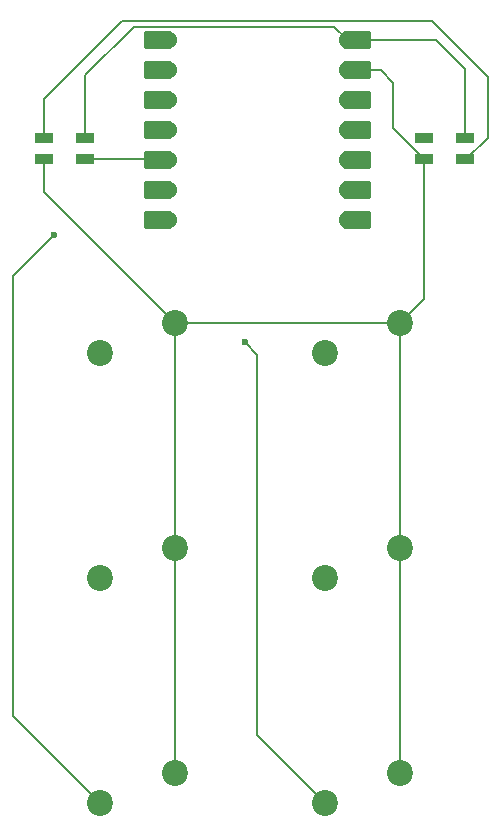
<source format=gbr>
%TF.GenerationSoftware,KiCad,Pcbnew,9.0.1*%
%TF.CreationDate,2025-12-08T16:46:30+00:00*%
%TF.ProjectId,Macropad PCB,4d616372-6f70-4616-9420-5043422e6b69,rev?*%
%TF.SameCoordinates,Original*%
%TF.FileFunction,Copper,L1,Top*%
%TF.FilePolarity,Positive*%
%FSLAX46Y46*%
G04 Gerber Fmt 4.6, Leading zero omitted, Abs format (unit mm)*
G04 Created by KiCad (PCBNEW 9.0.1) date 2025-12-08 16:46:30*
%MOMM*%
%LPD*%
G01*
G04 APERTURE LIST*
G04 Aperture macros list*
%AMRoundRect*
0 Rectangle with rounded corners*
0 $1 Rounding radius*
0 $2 $3 $4 $5 $6 $7 $8 $9 X,Y pos of 4 corners*
0 Add a 4 corners polygon primitive as box body*
4,1,4,$2,$3,$4,$5,$6,$7,$8,$9,$2,$3,0*
0 Add four circle primitives for the rounded corners*
1,1,$1+$1,$2,$3*
1,1,$1+$1,$4,$5*
1,1,$1+$1,$6,$7*
1,1,$1+$1,$8,$9*
0 Add four rect primitives between the rounded corners*
20,1,$1+$1,$2,$3,$4,$5,0*
20,1,$1+$1,$4,$5,$6,$7,0*
20,1,$1+$1,$6,$7,$8,$9,0*
20,1,$1+$1,$8,$9,$2,$3,0*%
G04 Aperture macros list end*
%TA.AperFunction,ComponentPad*%
%ADD10C,2.200000*%
%TD*%
%TA.AperFunction,SMDPad,CuDef*%
%ADD11R,1.600000X0.850000*%
%TD*%
%TA.AperFunction,SMDPad,CuDef*%
%ADD12RoundRect,0.152400X1.063600X0.609600X-1.063600X0.609600X-1.063600X-0.609600X1.063600X-0.609600X0*%
%TD*%
%TA.AperFunction,ComponentPad*%
%ADD13C,1.524000*%
%TD*%
%TA.AperFunction,SMDPad,CuDef*%
%ADD14RoundRect,0.152400X-1.063600X-0.609600X1.063600X-0.609600X1.063600X0.609600X-1.063600X0.609600X0*%
%TD*%
%TA.AperFunction,ViaPad*%
%ADD15C,0.600000*%
%TD*%
%TA.AperFunction,Conductor*%
%ADD16C,0.200000*%
%TD*%
G04 APERTURE END LIST*
D10*
%TO.P,SW1,1,1*%
%TO.N,GND*%
X88265000Y-66357500D03*
%TO.P,SW1,2,2*%
%TO.N,Net-(U1-GPIO1{slash}RX)*%
X81915000Y-68897500D03*
%TD*%
D11*
%TO.P,D1,1,DOUT*%
%TO.N,Net-(D1-DOUT)*%
X77150000Y-50725000D03*
%TO.P,D1,2,VSS*%
%TO.N,GND*%
X77150000Y-52475000D03*
%TO.P,D1,3,DIN*%
%TO.N,Net-(D1-DIN)*%
X80650000Y-52475000D03*
%TO.P,D1,4,VDD*%
%TO.N,+5V*%
X80650000Y-50725000D03*
%TD*%
D12*
%TO.P,U1,1,GPIO26/ADC0/A0*%
%TO.N,unconnected-(U1-GPIO26{slash}ADC0{slash}A0-Pad1)*%
X86795000Y-42386250D03*
D13*
X87630000Y-42386250D03*
D12*
%TO.P,U1,2,GPIO27/ADC1/A1*%
%TO.N,unconnected-(U1-GPIO27{slash}ADC1{slash}A1-Pad2)*%
X86795000Y-44926250D03*
D13*
X87630000Y-44926250D03*
D12*
%TO.P,U1,3,GPIO28/ADC2/A2*%
%TO.N,unconnected-(U1-GPIO28{slash}ADC2{slash}A2-Pad3)*%
X86795000Y-47466250D03*
D13*
X87630000Y-47466250D03*
D12*
%TO.P,U1,4,GPIO29/ADC3/A3*%
%TO.N,unconnected-(U1-GPIO29{slash}ADC3{slash}A3-Pad4)*%
X86795000Y-50006250D03*
D13*
X87630000Y-50006250D03*
D12*
%TO.P,U1,5,GPIO6/SDA*%
%TO.N,Net-(D1-DIN)*%
X86795000Y-52546250D03*
D13*
X87630000Y-52546250D03*
D12*
%TO.P,U1,6,GPIO7/SCL*%
%TO.N,Net-(U1-GPIO7{slash}SCL)*%
X86795000Y-55086250D03*
D13*
X87630000Y-55086250D03*
D12*
%TO.P,U1,7,GPIO0/TX*%
%TO.N,Net-(U1-GPIO0{slash}TX)*%
X86795000Y-57626250D03*
D13*
X87630000Y-57626250D03*
%TO.P,U1,8,GPIO1/RX*%
%TO.N,Net-(U1-GPIO1{slash}RX)*%
X102870000Y-57626250D03*
D14*
X103705000Y-57626250D03*
D13*
%TO.P,U1,9,GPIO2/SCK*%
%TO.N,Net-(U1-GPIO2{slash}SCK)*%
X102870000Y-55086250D03*
D14*
X103705000Y-55086250D03*
D13*
%TO.P,U1,10,GPIO4/MISO*%
%TO.N,Net-(U1-GPIO4{slash}MISO)*%
X102870000Y-52546250D03*
D14*
X103705000Y-52546250D03*
D13*
%TO.P,U1,11,GPIO3/MOSI*%
%TO.N,Net-(U1-GPIO3{slash}MOSI)*%
X102870000Y-50006250D03*
D14*
X103705000Y-50006250D03*
D13*
%TO.P,U1,12,3V3*%
%TO.N,unconnected-(U1-3V3-Pad12)*%
X102870000Y-47466250D03*
D14*
X103705000Y-47466250D03*
D13*
%TO.P,U1,13,GND*%
%TO.N,GND*%
X102870000Y-44926250D03*
D14*
X103705000Y-44926250D03*
D13*
%TO.P,U1,14,VBUS*%
%TO.N,+5V*%
X102870000Y-42386250D03*
D14*
X103705000Y-42386250D03*
%TD*%
D10*
%TO.P,SW5,1,1*%
%TO.N,GND*%
X88265000Y-104457500D03*
%TO.P,SW5,2,2*%
%TO.N,Net-(U1-GPIO0{slash}TX)*%
X81915000Y-106997500D03*
%TD*%
D11*
%TO.P,D2,1,DOUT*%
%TO.N,unconnected-(D2-DOUT-Pad1)*%
X109350000Y-50725000D03*
%TO.P,D2,2,VSS*%
%TO.N,GND*%
X109350000Y-52475000D03*
%TO.P,D2,3,DIN*%
%TO.N,Net-(D1-DOUT)*%
X112850000Y-52475000D03*
%TO.P,D2,4,VDD*%
%TO.N,+5V*%
X112850000Y-50725000D03*
%TD*%
D10*
%TO.P,SW2,1,1*%
%TO.N,GND*%
X107315000Y-66357500D03*
%TO.P,SW2,2,2*%
%TO.N,Net-(U1-GPIO2{slash}SCK)*%
X100965000Y-68897500D03*
%TD*%
%TO.P,SW4,1,1*%
%TO.N,GND*%
X107315000Y-85407500D03*
%TO.P,SW4,2,2*%
%TO.N,Net-(U1-GPIO3{slash}MOSI)*%
X100965000Y-87947500D03*
%TD*%
%TO.P,SW6,1,1*%
%TO.N,GND*%
X107315000Y-104457500D03*
%TO.P,SW6,2,2*%
%TO.N,Net-(U1-GPIO7{slash}SCL)*%
X100965000Y-106997500D03*
%TD*%
%TO.P,SW3,1,1*%
%TO.N,GND*%
X88265000Y-85407500D03*
%TO.P,SW3,2,2*%
%TO.N,Net-(U1-GPIO4{slash}MISO)*%
X81915000Y-87947500D03*
%TD*%
D15*
%TO.N,Net-(U1-GPIO0{slash}TX)*%
X78000000Y-58900000D03*
%TO.N,Net-(U1-GPIO7{slash}SCL)*%
X94150000Y-68000000D03*
%TD*%
D16*
%TO.N,+5V*%
X80650000Y-50725000D02*
X80650000Y-45350000D01*
X84750000Y-41250000D02*
X101733750Y-41250000D01*
X110386250Y-42386250D02*
X112850000Y-44850000D01*
X80650000Y-45350000D02*
X84750000Y-41250000D01*
X102870000Y-42386250D02*
X110386250Y-42386250D01*
X112850000Y-44850000D02*
X112850000Y-50725000D01*
X101733750Y-41250000D02*
X102870000Y-42386250D01*
%TO.N,GND*%
X109350000Y-64322500D02*
X109350000Y-52475000D01*
X102870000Y-44926250D02*
X105676250Y-44926250D01*
X105676250Y-44926250D02*
X106750000Y-46000000D01*
X106750000Y-46000000D02*
X106750000Y-49875000D01*
X77150000Y-52475000D02*
X77150000Y-55242500D01*
X107315000Y-66357500D02*
X109350000Y-64322500D01*
X88265000Y-66357500D02*
X107315000Y-66357500D01*
X88265000Y-85407500D02*
X88265000Y-104457500D01*
X107315000Y-85407500D02*
X107315000Y-104457500D01*
X106750000Y-49875000D02*
X109350000Y-52475000D01*
X77150000Y-55242500D02*
X88265000Y-66357500D01*
X107315000Y-66357500D02*
X107315000Y-85407500D01*
X88265000Y-66357500D02*
X88265000Y-85407500D01*
%TO.N,Net-(D1-DOUT)*%
X112927000Y-52475000D02*
X112850000Y-52475000D01*
X114750000Y-45500000D02*
X114750000Y-50652000D01*
X114750000Y-50652000D02*
X112927000Y-52475000D01*
X83750000Y-40750000D02*
X110000000Y-40750000D01*
X77150000Y-50725000D02*
X77150000Y-47350000D01*
X110000000Y-40750000D02*
X114750000Y-45500000D01*
X77150000Y-47350000D02*
X83750000Y-40750000D01*
%TO.N,Net-(D1-DIN)*%
X87558750Y-52475000D02*
X87630000Y-52546250D01*
X80650000Y-52475000D02*
X87558750Y-52475000D01*
%TO.N,Net-(U1-GPIO0{slash}TX)*%
X74550000Y-62350000D02*
X78000000Y-58900000D01*
X74550000Y-68025000D02*
X74550000Y-62350000D01*
X74550000Y-99632500D02*
X74550000Y-68025000D01*
X81915000Y-106997500D02*
X74550000Y-99632500D01*
%TO.N,Net-(U1-GPIO7{slash}SCL)*%
X95175000Y-69025000D02*
X94150000Y-68000000D01*
X95175000Y-101207500D02*
X95175000Y-99675000D01*
X95175000Y-99675000D02*
X95175000Y-69025000D01*
X100965000Y-106997500D02*
X95175000Y-101207500D01*
%TD*%
M02*

</source>
